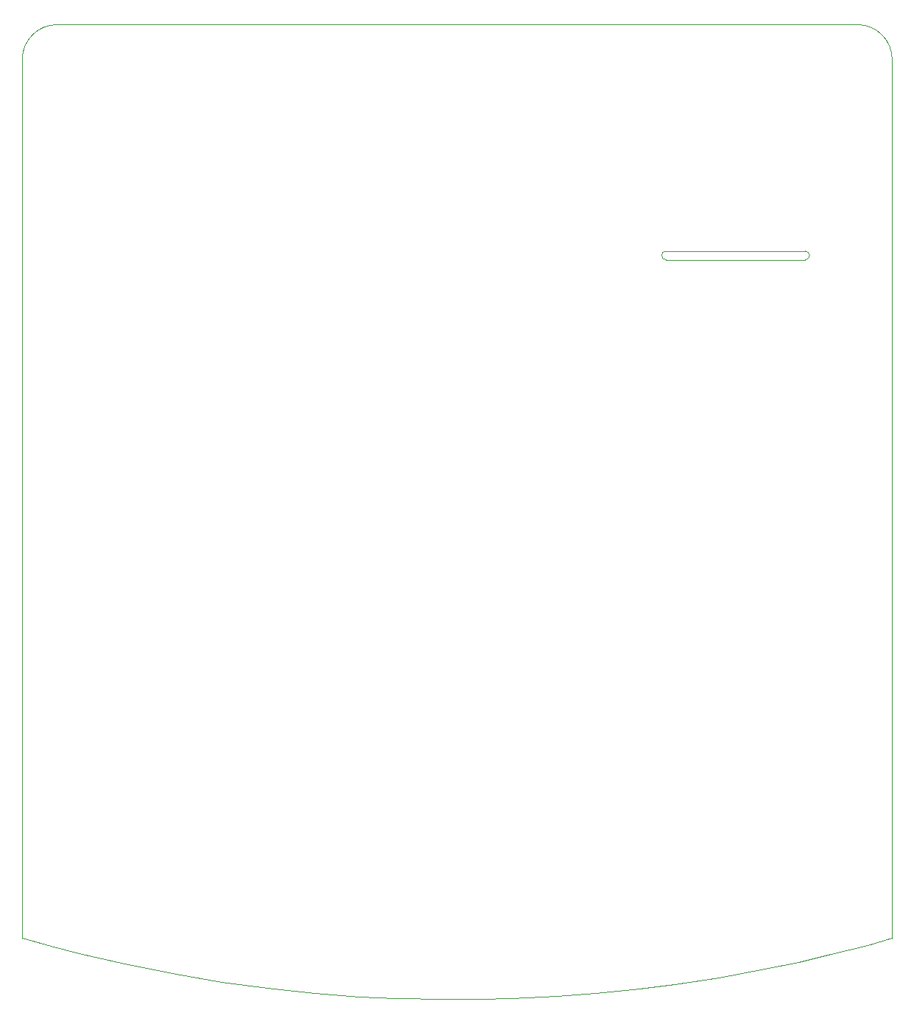
<source format=gbr>
G04 #@! TF.FileFunction,Profile,NP*
%FSLAX46Y46*%
G04 Gerber Fmt 4.6, Leading zero omitted, Abs format (unit mm)*
G04 Created by KiCad (PCBNEW 4.0.6) date 07/10/18 13:52:11*
%MOMM*%
%LPD*%
G01*
G04 APERTURE LIST*
%ADD10C,0.100000*%
G04 APERTURE END LIST*
D10*
X140000000Y-57025000D02*
G75*
G02X140000000Y-58025000I0J-500000D01*
G01*
X124000000Y-58025000D02*
G75*
G02X124000000Y-57025000I0J500000D01*
G01*
X140000000Y-58025000D02*
X124000000Y-58025000D01*
X124000000Y-57025000D02*
X140000000Y-57025000D01*
X53312000Y-136916000D02*
X49992000Y-135986000D01*
X56532000Y-137736000D02*
X53312000Y-136916000D01*
X61712000Y-138936000D02*
X56532000Y-137736000D01*
X67632000Y-140116000D02*
X61712000Y-138936000D01*
X72892000Y-140996000D02*
X67632000Y-140116000D01*
X78192000Y-141716000D02*
X72892000Y-140996000D01*
X83552000Y-142276000D02*
X78192000Y-141716000D01*
X88742000Y-142686000D02*
X83552000Y-142276000D01*
X92882000Y-142896000D02*
X88742000Y-142686000D01*
X98602000Y-143006000D02*
X92882000Y-142896000D01*
X102582000Y-143006000D02*
X98602000Y-143006000D01*
X106212000Y-142916000D02*
X102582000Y-143006000D01*
X111462000Y-142656000D02*
X106212000Y-142916000D01*
X115842000Y-142336000D02*
X111462000Y-142656000D01*
X120962000Y-141796000D02*
X115842000Y-142336000D01*
X124962000Y-141296000D02*
X120962000Y-141796000D01*
X130032000Y-140516000D02*
X124962000Y-141296000D01*
X135352000Y-139536000D02*
X130032000Y-140516000D01*
X139252000Y-138716000D02*
X135352000Y-139536000D01*
X142962000Y-137856000D02*
X139252000Y-138716000D01*
X147202000Y-136766000D02*
X142962000Y-137856000D01*
X149992000Y-135986000D02*
X147202000Y-136766000D01*
X150000000Y-35000000D02*
G75*
G03X146000000Y-31000000I-4000000J0D01*
G01*
X54000000Y-31000000D02*
G75*
G03X50000000Y-35000000I0J-4000000D01*
G01*
X150000000Y-36000000D02*
X150000000Y-55000000D01*
X50000000Y-35000000D02*
X50000000Y-136000000D01*
X150000000Y-35000000D02*
X150000000Y-136000000D01*
X54000000Y-31000000D02*
X146000000Y-31000000D01*
M02*

</source>
